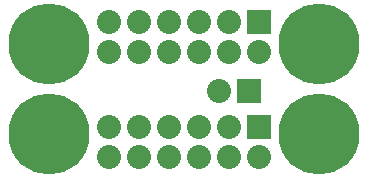
<source format=gbs>
G04 (created by PCBNEW-RS274X (2012-01-19 BZR 3256)-stable) date 21/02/2013 14:30:42*
G01*
G70*
G90*
%MOIN*%
G04 Gerber Fmt 3.4, Leading zero omitted, Abs format*
%FSLAX34Y34*%
G04 APERTURE LIST*
%ADD10C,0.006000*%
%ADD11R,0.080000X0.080000*%
%ADD12C,0.080000*%
%ADD13C,0.270000*%
G04 APERTURE END LIST*
G54D10*
G54D11*
X54250Y-30000D03*
G54D12*
X54250Y-31000D03*
X53250Y-30000D03*
X53250Y-31000D03*
X52250Y-30000D03*
X52250Y-31000D03*
X51250Y-30000D03*
X51250Y-31000D03*
X50250Y-30000D03*
X50250Y-31000D03*
X49250Y-30000D03*
X49250Y-31000D03*
G54D11*
X54250Y-26500D03*
G54D12*
X54250Y-27500D03*
X53250Y-26500D03*
X53250Y-27500D03*
X52250Y-26500D03*
X52250Y-27500D03*
X51250Y-26500D03*
X51250Y-27500D03*
X50250Y-26500D03*
X50250Y-27500D03*
X49250Y-26500D03*
X49250Y-27500D03*
G54D11*
X53900Y-28800D03*
G54D12*
X52900Y-28800D03*
G54D13*
X56250Y-27250D03*
X56250Y-30250D03*
X47250Y-27250D03*
X47250Y-30250D03*
M02*

</source>
